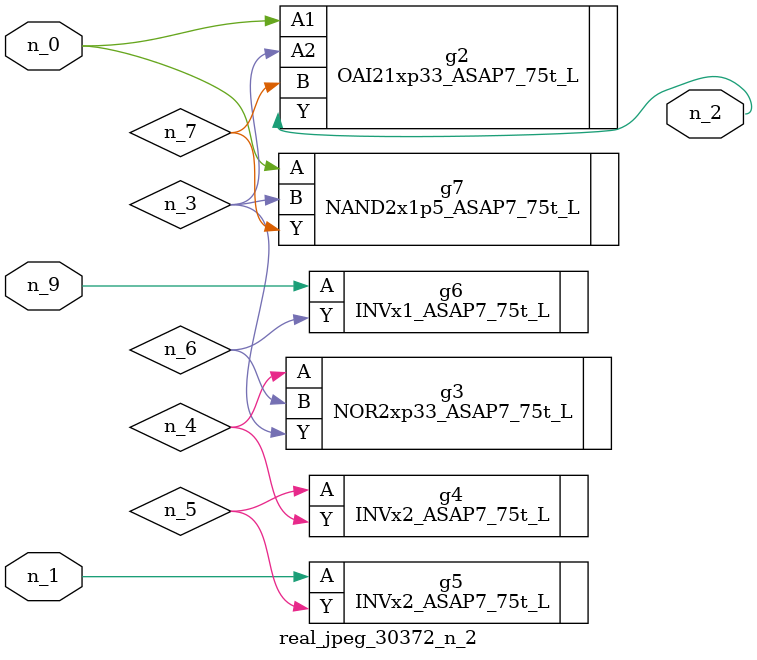
<source format=v>
module real_jpeg_30372_n_2 (n_1, n_0, n_9, n_2);

input n_1;
input n_0;
input n_9;

output n_2;

wire n_5;
wire n_4;
wire n_6;
wire n_7;
wire n_3;

OAI21xp33_ASAP7_75t_L g2 ( 
.A1(n_0),
.A2(n_3),
.B(n_7),
.Y(n_2)
);

NAND2x1p5_ASAP7_75t_L g7 ( 
.A(n_0),
.B(n_3),
.Y(n_7)
);

INVx2_ASAP7_75t_L g5 ( 
.A(n_1),
.Y(n_5)
);

NOR2xp33_ASAP7_75t_L g3 ( 
.A(n_4),
.B(n_6),
.Y(n_3)
);

INVx2_ASAP7_75t_L g4 ( 
.A(n_5),
.Y(n_4)
);

INVx1_ASAP7_75t_L g6 ( 
.A(n_9),
.Y(n_6)
);


endmodule
</source>
